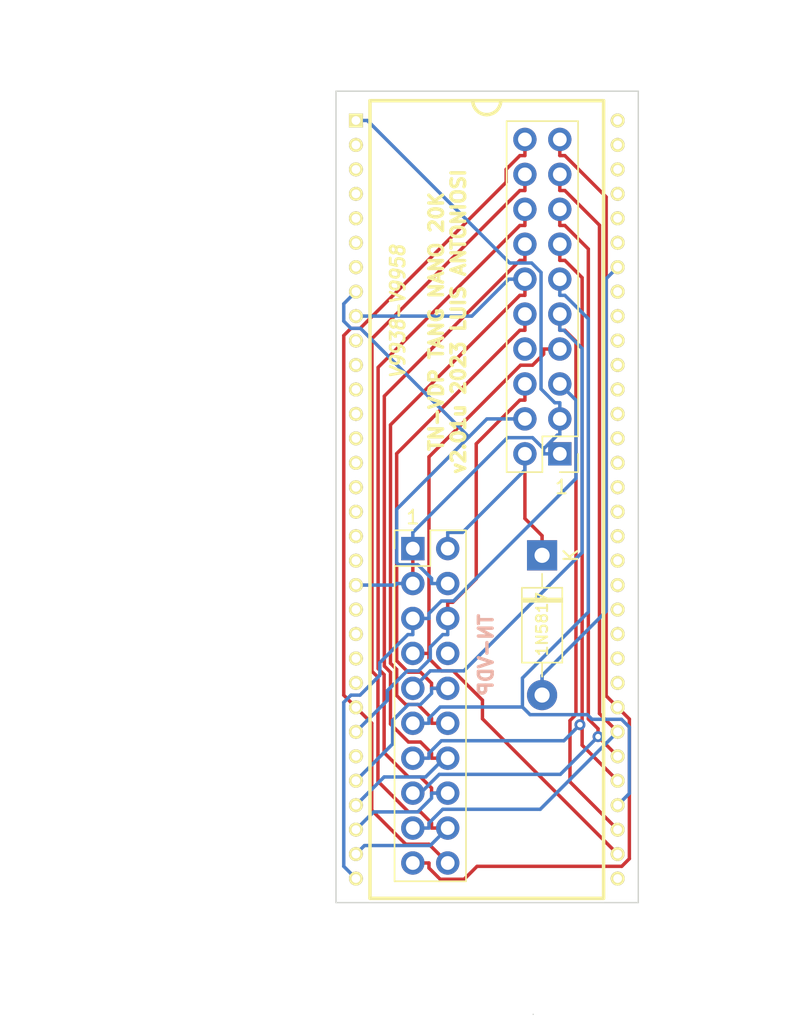
<source format=kicad_pcb>
(kicad_pcb (version 20221018) (generator pcbnew)
  (layers (0 "F.Cu" signal) (31 "B.Cu" signal) (34 "B.Paste" user) (35 "F.Paste" user) (36 "B.SilkS" user "B.Silkscreen") (37 "F.SilkS" user "F.Silkscreen") (38 "B.Mask" user) (39 "F.Mask" user) (44 "Edge.Cuts" user))
  (net 0 "")
  (net 1 "GND")
  (net 2 "WAIT")
  (net 12 "VCC")
  (net 24 "VCCO")
  (net 25 "MODE0")
  (net 26 "~{CSW}")
  (net 27 "~{CSR}")
  (net 28 "~{INT}")
  (net 29 "CD7")
  (net 30 "CD6")
  (net 31 "CD5")
  (net 32 "CD4")
  (net 33 "CD3")
  (net 34 "CD2")
  (net 35 "CD1")
  (net 36 "CD0")
  (net 37 "~{RESET}")
  (net 39 "CPUCLK")
  (net 43 "MODE1")
  (footprint "Diode_THT:D_DO-41_SOD81_P10.16mm_Horizontal" (layer "F.Cu") (at 174 77.75 -90)
    (fp_text reference "D1" hide)
    (fp_text value "1N5817")
    (fp_text user "K" (at 0 -2.1 90) (layer "F.SilkS"))
    (fp_text user "${VALUE}" (at 5 0 90) (layer "F.SilkS") (effects (font (size 0.8 0.8))))
    (fp_line (start 1.34 0) (end 2.36 0) (stroke (width 0.12)) (layer "F.SilkS"))
    (fp_line (start 2.36 -1.47) (end 2.36 1.47) (stroke (width 0.12)) (layer "F.SilkS"))
    (fp_line (start 2.36 1.47) (end 7.8 1.47) (stroke (width 0.12)) (layer "F.SilkS"))
    (fp_line (start 3.14 -1.47) (end 3.14 1.47) (stroke (width 0.12)) (layer "F.SilkS"))
    (fp_line (start 3.26 -1.47) (end 3.26 1.47) (stroke (width 0.12)) (layer "F.SilkS"))
    (fp_line (start 3.38 -1.47) (end 3.38 1.47) (stroke (width 0.12)) (layer "F.SilkS"))
    (fp_line (start 7.8 -1.47) (end 2.36 -1.47) (stroke (width 0.12)) (layer "F.SilkS"))
    (fp_line (start 7.8 1.47) (end 7.8 -1.47) (stroke (width 0.12)) (layer "F.SilkS"))
    (fp_line (start 8.82 0) (end 7.8 0) (stroke (width 0.12)) (layer "F.SilkS"))
    (pad "1" thru_hole rect (at 0 0 270) (size 2.2 2.2) (drill 1.1) (layers "*.Cu" "*.Mask") (net 24 "VCCO"))
    (pad "2" thru_hole oval (at 10.16 0 270) (size 2.2 2.2) (drill 1.1) (layers "*.Cu" "*.Mask") (net 12 "VCC"))
  )
  (footprint "Connector_PinHeader_2.54mm:PinHeader_2x10_P2.54mm_Vertical" (layer "F.Cu") (at 164.592 77.26)
    (fp_text reference "J3" hide)
    (fp_text value "Conn_02x10_Odd_Even")
    (fp_text user "1" (at 0 -2.286 180) (layer "F.SilkS"))
    (fp_line (start -1.33 -1.33) (end 0 -1.33) (stroke (width 0.12)) (layer "F.SilkS"))
    (fp_line (start -1.33 0) (end -1.33 -1.33) (stroke (width 0.12)) (layer "F.SilkS"))
    (fp_line (start -1.33 1.27) (end -1.33 24.19) (stroke (width 0.12)) (layer "F.SilkS"))
    (fp_line (start -1.33 1.27) (end 1.27 1.27) (stroke (width 0.12)) (layer "F.SilkS"))
    (fp_line (start -1.33 24.19) (end 3.87 24.19) (stroke (width 0.12)) (layer "F.SilkS"))
    (fp_line (start 1.27 -1.33) (end 3.87 -1.33) (stroke (width 0.12)) (layer "F.SilkS"))
    (fp_line (start 1.27 1.27) (end 1.27 -1.33) (stroke (width 0.12)) (layer "F.SilkS"))
    (fp_line (start 3.87 -1.33) (end 3.87 24.19) (stroke (width 0.12)) (layer "F.SilkS"))
    (pad "1" thru_hole rect (at 0 0) (size 1.7 1.7) (drill 1) (layers "*.Cu" "*.Mask") (net 1 "GND"))
    (pad "2" thru_hole oval (at 2.54 0) (size 1.7 1.7) (drill 1) (layers "*.Cu" "*.Mask") (net 24 "VCCO"))
    (pad "3" thru_hole oval (at 0 2.54) (size 1.7 1.7) (drill 1) (layers "*.Cu" "*.Mask") (net 1 "GND"))
    (pad "4" thru_hole oval (at 2.54 2.54) (size 1.7 1.7) (drill 1) (layers "*.Cu" "*.Mask") (net 39 "CPUCLK"))
    (pad "5" thru_hole oval (at 0 5.08) (size 1.7 1.7) (drill 1) (layers "*.Cu" "*.Mask") (net 29 "CD7"))
    (pad "6" thru_hole oval (at 2.54 5.08) (size 1.7 1.7) (drill 1) (layers "*.Cu" "*.Mask") (net 2 "WAIT"))
    (pad "7" thru_hole oval (at 0 7.62) (size 1.7 1.7) (drill 1) (layers "*.Cu" "*.Mask") (net 30 "CD6"))
    (pad "8" thru_hole oval (at 2.54 7.62) (size 1.7 1.7) (drill 1) (layers "*.Cu" "*.Mask"))
    (pad "9" thru_hole oval (at 0 10.16) (size 1.7 1.7) (drill 1) (layers "*.Cu" "*.Mask") (net 31 "CD5"))
    (pad "10" thru_hole oval (at 2.54 10.16) (size 1.7 1.7) (drill 1) (layers "*.Cu" "*.Mask") (net 43 "MODE1"))
    (pad "11" thru_hole oval (at 0 12.7) (size 1.7 1.7) (drill 1) (layers "*.Cu" "*.Mask") (net 32 "CD4"))
    (pad "12" thru_hole oval (at 2.54 12.7) (size 1.7 1.7) (drill 1) (layers "*.Cu" "*.Mask") (net 37 "~{RESET}"))
    (pad "13" thru_hole oval (at 0 15.24) (size 1.7 1.7) (drill 1) (layers "*.Cu" "*.Mask") (net 33 "CD3"))
    (pad "14" thru_hole oval (at 2.54 15.24) (size 1.7 1.7) (drill 1) (layers "*.Cu" "*.Mask") (net 25 "MODE0"))
    (pad "15" thru_hole oval (at 0 17.78) (size 1.7 1.7) (drill 1) (layers "*.Cu" "*.Mask") (net 34 "CD2"))
    (pad "16" thru_hole oval (at 2.54 17.78) (size 1.7 1.7) (drill 1) (layers "*.Cu" "*.Mask") (net 26 "~{CSW}"))
    (pad "17" thru_hole oval (at 0 20.32) (size 1.7 1.7) (drill 1) (layers "*.Cu" "*.Mask") (net 35 "CD1"))
    (pad "18" thru_hole oval (at 2.54 20.32) (size 1.7 1.7) (drill 1) (layers "*.Cu" "*.Mask") (net 27 "~{CSR}"))
    (pad "19" thru_hole oval (at 0 22.86) (size 1.7 1.7) (drill 1) (layers "*.Cu" "*.Mask") (net 36 "CD0"))
    (pad "20" thru_hole oval (at 2.54 22.86) (size 1.7 1.7) (drill 1) (layers "*.Cu" "*.Mask") (net 28 "~{INT}"))
  )
  (footprint "Retro:IC_SDIP64_600" (layer "F.Cu") (at 169.975 73.691 -90)
    (fp_text reference "U1" hide)
    (fp_text value "V9938-V9958" (at -13.691 6.475 90) (layer "F.SilkS") (effects (font (size 1.016 0.9144) (thickness 0.2032) italic)))
    (fp_line (start -29 -8.5) (end 29 -8.5) (stroke (width 0.254)) (layer "F.SilkS"))
    (fp_line (start -29 8.5) (end -29 -8.5) (stroke (width 0.254)) (layer "F.SilkS"))
    (fp_line (start 29 -8.5) (end 29 8.5) (stroke (width 0.254)) (layer "F.SilkS"))
    (fp_line (start 29 8.5) (end -29 8.5) (stroke (width 0.254)) (layer "F.SilkS"))
    (fp_arc (start -29 -1.016) (mid -28.28158 -0.71842) (end -27.984 0) (stroke (width 0.254)) (layer "F.SilkS"))
    (fp_arc (start -27.984 0) (mid -28.28158 0.71842) (end -29 1.016) (stroke (width 0.254)) (layer "F.SilkS"))
    (pad "1" thru_hole rect (at -27.559 9.525 270) (size 1.016 1.016) (drill 0.635) (layers "*.Cu" "*.Mask" "F.SilkS") (net 1 "GND"))
    (pad "2" thru_hole circle (at -25.781 9.525 270) (size 1.016 1.016) (drill 0.635) (layers "*.Cu" "*.Mask" "F.SilkS"))
    (pad "3" thru_hole circle (at -24.003 9.525 270) (size 1.016 1.016) (drill 0.635) (layers "*.Cu" "*.Mask" "F.SilkS"))
    (pad "4" thru_hole circle (at -22.225 9.525 270) (size 1.016 1.016) (drill 0.635) (layers "*.Cu" "*.Mask" "F.SilkS"))
    (pad "5" thru_hole circle (at -20.447 9.525 270) (size 1.016 1.016) (drill 0.635) (layers "*.Cu" "*.Mask" "F.SilkS"))
    (pad "6" thru_hole circle (at -18.669 9.525 270) (size 1.016 1.016) (drill 0.635) (layers "*.Cu" "*.Mask" "F.SilkS"))
    (pad "7" thru_hole circle (at -16.891 9.525 270) (size 1.016 1.016) (drill 0.635) (layers "*.Cu" "*.Mask" "F.SilkS"))
    (pad "8" thru_hole circle (at -15.113 9.525 270) (size 1.016 1.016) (drill 0.635) (layers "*.Cu" "*.Mask" "F.SilkS") (net 39 "CPUCLK"))
    (pad "9" thru_hole circle (at -13.335 9.525 270) (size 1.016 1.016) (drill 0.635) (layers "*.Cu" "*.Mask" "F.SilkS") (net 37 "~{RESET}"))
    (pad "10" thru_hole circle (at -11.557 9.525 270) (size 1.016 1.016) (drill 0.635) (layers "*.Cu" "*.Mask" "F.SilkS"))
    (pad "11" thru_hole circle (at -9.779 9.525 270) (size 1.016 1.016) (drill 0.635) (layers "*.Cu" "*.Mask" "F.SilkS"))
    (pad "12" thru_hole circle (at -8.001 9.525 270) (size 1.016 1.016) (drill 0.635) (layers "*.Cu" "*.Mask" "F.SilkS"))
    (pad "13" thru_hole circle (at -6.223 9.525 270) (size 1.016 1.016) (drill 0.635) (layers "*.Cu" "*.Mask" "F.SilkS"))
    (pad "14" thru_hole circle (at -4.445 9.525 270) (size 1.016 1.016) (drill 0.635) (layers "*.Cu" "*.Mask" "F.SilkS"))
    (pad "15" thru_hole circle (at -2.667 9.525 270) (size 1.016 1.016) (drill 0.635) (layers "*.Cu" "*.Mask" "F.SilkS"))
    (pad "16" thru_hole circle (at -0.889 9.525 270) (size 1.016 1.016) (drill 0.635) (layers "*.Cu" "*.Mask" "F.SilkS"))
    (pad "17" thru_hole circle (at 0.889 9.525 270) (size 1.016 1.016) (drill 0.635) (layers "*.Cu" "*.Mask" "F.SilkS"))
    (pad "18" thru_hole circle (at 2.667 9.525 270) (size 1.016 1.016) (drill 0.635) (layers "*.Cu" "*.Mask" "F.SilkS"))
    (pad "19" thru_hole circle (at 4.445 9.525 270) (size 1.016 1.016) (drill 0.635) (layers "*.Cu" "*.Mask" "F.SilkS"))
    (pad "20" thru_hole circle (at 6.223 9.525 270) (size 1.016 1.016) (drill 0.635) (layers "*.Cu" "*.Mask" "F.SilkS") (net 1 "GND"))
    (pad "21" thru_hole circle (at 8.001 9.525 270) (size 1.016 1.016) (drill 0.635) (layers "*.Cu" "*.Mask" "F.SilkS"))
    (pad "22" thru_hole circle (at 9.779 9.525 270) (size 1.016 1.016) (drill 0.635) (layers "*.Cu" "*.Mask" "F.SilkS"))
    (pad "23" thru_hole circle (at 11.557 9.525 270) (size 1.016 1.016) (drill 0.635) (layers "*.Cu" "*.Mask" "F.SilkS"))
    (pad "24" thru_hole circle (at 13.335 9.525 270) (size 1.016 1.016) (drill 0.635) (layers "*.Cu" "*.Mask" "F.SilkS"))
    (pad "25" thru_hole circle (at 15.113 9.525 270) (size 1.016 1.016) (drill 0.635) (layers "*.Cu" "*.Mask" "F.SilkS") (net 28 "~{INT}"))
    (pad "26" thru_hole circle (at 16.891 9.525 270) (size 1.016 1.016) (drill 0.635) (layers "*.Cu" "*.Mask" "F.SilkS") (net 2 "WAIT"))
    (pad "27" thru_hole circle (at 18.669 9.525 270) (size 1.016 1.016) (drill 0.635) (layers "*.Cu" "*.Mask" "F.SilkS"))
    (pad "28" thru_hole circle (at 20.447 9.525 270) (size 1.016 1.016) (drill 0.635) (layers "*.Cu" "*.Mask" "F.SilkS") (net 43 "MODE1"))
    (pad "29" thru_hole circle (at 22.225 9.525 270) (size 1.016 1.016) (drill 0.635) (layers "*.Cu" "*.Mask" "F.SilkS") (net 25 "MODE0"))
    (pad "30" thru_hole circle (at 24.003 9.525 270) (size 1.016 1.016) (drill 0.635) (layers "*.Cu" "*.Mask" "F.SilkS") (net 26 "~{CSW}"))
    (pad "31" thru_hole circle (at 25.781 9.525 270) (size 1.016 1.016) (drill 0.635) (layers "*.Cu" "*.Mask" "F.SilkS") (net 27 "~{CSR}"))
    (pad "32" thru_hole circle (at 27.559 9.525 270) (size 1.016 1.016) (drill 0.635) (layers "*.Cu" "*.Mask" "F.SilkS") (net 29 "CD7"))
    (pad "33" thru_hole circle (at 27.559 -9.525 270) (size 1.016 1.016) (drill 0.635) (layers "*.Cu" "*.Mask" "F.SilkS"))
    (pad "34" thru_hole circle (at 25.781 -9.525 270) (size 1.016 1.016) (drill 0.635) (layers "*.Cu" "*.Mask" "F.SilkS") (net 30 "CD6"))
    (pad "35" thru_hole circle (at 24.003 -9.525 270) (size 1.016 1.016) (drill 0.635) (layers "*.Cu" "*.Mask" "F.SilkS") (net 31 "CD5"))
    (pad "36" thru_hole circle (at 22.225 -9.525 270) (size 1.016 1.016) (drill 0.635) (layers "*.Cu" "*.Mask" "F.SilkS") (net 32 "CD4"))
    (pad "37" thru_hole circle (at 20.447 -9.525 270) (size 1.016 1.016) (drill 0.635) (layers "*.Cu" "*.Mask" "F.SilkS") (net 33 "CD3"))
    (pad "38" thru_hole circle (at 18.669 -9.525 270) (size 1.016 1.016) (drill 0.635) (layers "*.Cu" "*.Mask" "F.SilkS") (net 34 "CD2"))
    (pad "39" thru_hole circle (at 16.891 -9.525 270) (size 1.016 1.016) (drill 0.635) (layers "*.Cu" "*.Mask" "F.SilkS") (net 35 "CD1"))
    (pad "40" thru_hole circle (at 15.113 -9.525 270) (size 1.016 1.016) (drill 0.635) (layers "*.Cu" "*.Mask" "F.SilkS") (net 36 "CD0"))
    (pad "41" thru_hole circle (at 13.335 -9.525 270) (size 1.016 1.016) (drill 0.635) (layers "*.Cu" "*.Mask" "F.SilkS"))
    (pad "42" thru_hole circle (at 11.557 -9.525 270) (size 1.016 1.016) (drill 0.635) (layers "*.Cu" "*.Mask" "F.SilkS"))
    (pad "43" thru_hole circle (at 9.779 -9.525 270) (size 1.016 1.016) (drill 0.635) (layers "*.Cu" "*.Mask" "F.SilkS"))
    (pad "44" thru_hole circle (at 8.001 -9.525 270) (size 1.016 1.016) (drill 0.635) (layers "*.Cu" "*.Mask" "F.SilkS"))
    (pad "45" thru_hole circle (at 6.223 -9.525 270) (size 1.016 1.016) (drill 0.635) (layers "*.Cu" "*.Mask" "F.SilkS"))
    (pad "46" thru_hole circle (at 4.445 -9.525 270) (size 1.016 1.016) (drill 0.635) (layers "*.Cu" "*.Mask" "F.SilkS"))
    (pad "47" thru_hole circle (at 2.667 -9.525 270) (size 1.016 1.016) (drill 0.635) (layers "*.Cu" "*.Mask" "F.SilkS"))
    (pad "48" thru_hole circle (at 0.889 -9.525 270) (size 1.016 1.016) (drill 0.635) (layers "*.Cu" "*.Mask" "F.SilkS"))
    (pad "49" thru_hole circle (at -0.889 -9.525 270) (size 1.016 1.016) (drill 0.635) (layers "*.Cu" "*.Mask" "F.SilkS"))
    (pad "50" thru_hole circle (at -2.667 -9.525 270) (size 1.016 1.016) (drill 0.635) (layers "*.Cu" "*.Mask" "F.SilkS"))
    (pad "51" thru_hole circle (at -4.445 -9.525 270) (size 1.016 1.016) (drill 0.635) (layers "*.Cu" "*.Mask" "F.SilkS"))
    (pad "52" thru_hole circle (at -6.223 -9.525 270) (size 1.016 1.016) (drill 0.635) (layers "*.Cu" "*.Mask" "F.SilkS"))
    (pad "53" thru_hole circle (at -8.001 -9.525 270) (size 1.016 1.016) (drill 0.635) (layers "*.Cu" "*.Mask" "F.SilkS"))
    (pad "54" thru_hole circle (at -9.779 -9.525 270) (size 1.016 1.016) (drill 0.635) (layers "*.Cu" "*.Mask" "F.SilkS"))
    (pad "55" thru_hole circle (at -11.557 -9.525 270) (size 1.016 1.016) (drill 0.635) (layers "*.Cu" "*.Mask" "F.SilkS"))
    (pad "56" thru_hole circle (at -13.335 -9.525 270) (size 1.016 1.016) (drill 0.635) (layers "*.Cu" "*.Mask" "F.SilkS"))
    (pad "57" thru_hole circle (at -15.113 -9.525 270) (size 1.016 1.016) (drill 0.635) (layers "*.Cu" "*.Mask" "F.SilkS"))
    (pad "58" thru_hole circle (at -16.891 -9.525 270) (size 1.016 1.016) (drill 0.635) (layers "*.Cu" "*.Mask" "F.SilkS") (net 12 "VCC"))
    (pad "59" thru_hole circle (at -18.669 -9.525 270) (size 1.016 1.016) (drill 0.635) (layers "*.Cu" "*.Mask" "F.SilkS"))
    (pad "60" thru_hole circle (at -20.447 -9.525 270) (size 1.016 1.016) (drill 0.635) (layers "*.Cu" "*.Mask" "F.SilkS"))
    (pad "61" thru_hole circle (at -22.225 -9.525 270) (size 1.016 1.016) (drill 0.635) (layers "*.Cu" "*.Mask" "F.SilkS"))
    (pad "62" thru_hole circle (at -24.003 -9.525 270) (size 1.016 1.016) (drill 0.635) (layers "*.Cu" "*.Mask" "F.SilkS"))
    (pad "63" thru_hole circle (at -25.781 -9.525 270) (size 1.016 1.016) (drill 0.635) (layers "*.Cu" "*.Mask" "F.SilkS"))
    (pad "64" thru_hole circle (at -27.559 -9.525 270) (size 1.016 1.016) (drill 0.635) (layers "*.Cu" "*.Mask" "F.SilkS"))
  )
  (footprint "Connector_PinHeader_2.54mm:PinHeader_2x10_P2.54mm_Vertical" (layer "F.Cu") (at 175.29 70.37 180)
    (fp_text reference "J4" hide)
    (fp_text value "Conn_02x10_Odd_Even")
    (fp_text user "1" (at -0.127 -2.413 180) (layer "F.SilkS"))
    (fp_line (start -1.33 -1.33) (end 0 -1.33) (stroke (width 0.12)) (layer "F.SilkS"))
    (fp_line (start -1.33 0) (end -1.33 -1.33) (stroke (width 0.12)) (layer "F.SilkS"))
    (fp_line (start -1.33 1.27) (end -1.33 24.19) (stroke (width 0.12)) (layer "F.SilkS"))
    (fp_line (start -1.33 1.27) (end 1.27 1.27) (stroke (width 0.12)) (layer "F.SilkS"))
    (fp_line (start -1.33 24.19) (end 3.87 24.19) (stroke (width 0.12)) (layer "F.SilkS"))
    (fp_line (start 1.27 -1.33) (end 3.87 -1.33) (stroke (width 0.12)) (layer "F.SilkS"))
    (fp_line (start 1.27 1.27) (end 1.27 -1.33) (stroke (width 0.12)) (layer "F.SilkS"))
    (fp_line (start 3.87 -1.33) (end 3.87 24.19) (stroke (width 0.12)) (layer "F.SilkS"))
    (pad "1" thru_hole rect (at 0 0 180) (size 1.7 1.7) (drill 1) (layers "*.Cu" "*.Mask") (net 1 "GND"))
    (pad "2" thru_hole oval (at 2.54 0 180) (size 1.7 1.7) (drill 1) (layers "*.Cu" "*.Mask") (net 24 "VCCO"))
    (pad "3" thru_hole oval (at 0 2.54 180) (size 1.7 1.7) (drill 1) (layers "*.Cu" "*.Mask") (net 1 "GND"))
    (pad "4" thru_hole oval (at 2.54 2.54 180) (size 1.7 1.7) (drill 1) (layers "*.Cu" "*.Mask") (net 39 "CPUCLK"))
    (pad "5" thru_hole oval (at 0 5.08 180) (size 1.7 1.7) (drill 1) (layers "*.Cu" "*.Mask") (net 29 "CD7"))
    (pad "6" thru_hole oval (at 2.54 5.08 180) (size 1.7 1.7) (drill 1) (layers "*.Cu" "*.Mask") (net 2 "WAIT"))
    (pad "7" thru_hole oval (at 0 7.62 180) (size 1.7 1.7) (drill 1) (layers "*.Cu" "*.Mask") (net 30 "CD6"))
    (pad "8" thru_hole oval (at 2.54 7.62 180) (size 1.7 1.7) (drill 1) (layers "*.Cu" "*.Mask"))
    (pad "9" thru_hole oval (at 0 10.16 180) (size 1.7 1.7) (drill 1) (layers "*.Cu" "*.Mask") (net 31 "CD5"))
    (pad "10" thru_hole oval (at 2.54 10.16 180) (size 1.7 1.7) (drill 1) (layers "*.Cu" "*.Mask") (net 43 "MODE1"))
    (pad "11" thru_hole oval (at 0 12.7 180) (size 1.7 1.7) (drill 1) (layers "*.Cu" "*.Mask") (net 32 "CD4"))
    (pad "12" thru_hole oval (at 2.54 12.7 180) (size 1.7 1.7) (drill 1) (layers "*.Cu" "*.Mask") (net 37 "~{RESET}"))
    (pad "13" thru_hole oval (at 0 15.24 180) (size 1.7 1.7) (drill 1) (layers "*.Cu" "*.Mask") (net 33 "CD3"))
    (pad "14" thru_hole oval (at 2.54 15.24 180) (size 1.7 1.7) (drill 1) (layers "*.Cu" "*.Mask") (net 25 "MODE0"))
    (pad "15" thru_hole oval (at 0 17.78 180) (size 1.7 1.7) (drill 1) (layers "*.Cu" "*.Mask") (net 34 "CD2"))
    (pad "16" thru_hole oval (at 2.54 17.78 180) (size 1.7 1.7) (drill 1) (layers "*.Cu" "*.Mask") (net 26 "~{CSW}"))
    (pad "17" thru_hole oval (at 0 20.32 180) (size 1.7 1.7) (drill 1) (layers "*.Cu" "*.Mask") (net 35 "CD1"))
    (pad "18" thru_hole oval (at 2.54 20.32 180) (size 1.7 1.7) (drill 1) (layers "*.Cu" "*.Mask") (net 27 "~{CSR}"))
    (pad "19" thru_hole oval (at 0 22.86 180) (size 1.7 1.7) (drill 1) (layers "*.Cu" "*.Mask") (net 36 "CD0"))
    (pad "20" thru_hole oval (at 2.54 22.86 180) (size 1.7 1.7) (drill 1) (layers "*.Cu" "*.Mask") (net 28 "~{INT}"))
  )
  (gr_line (start 173.355 111.125) (end 173.355 111.125) (stroke (width 0.1)) (layer "Edge.Cuts"))
  (gr_line (start 159 44) (end 181 44) (stroke (width 0.1)) (layer "Edge.Cuts"))
  (gr_line (start 181 103) (end 159 103) (stroke (width 0.1)) (layer "Edge.Cuts"))
  (gr_line (start 181 44) (end 181 103) (stroke (width 0.1)) (layer "Edge.Cuts"))
  (gr_line (start 159 103) (end 159 44) (stroke (width 0.1)) (layer "Edge.Cuts"))
  (gr_text "TN-VDP" (at 170.5 85 90) (layer "B.SilkS") (effects (font (size 1 1) (thickness 0.25) bold) (justify bottom mirror)))
  (gr_text "TN-VDP TANG NANO 20K\nv2.01u 2023 LUIS ANTONIOSI" (at 168.5 60.75 90) (layer "F.SilkS") (effects (font (size 1 1) (thickness 0.25) bold) (justify bottom)))
  (segment (start 164.592 77.26) (end 164.592 79.8) (width 0.25) (layer "F.Cu") (net 1))
  (segment (start 175.1125 69.0051) (end 174.1149 70.0027) (width 0.25) (layer "B.Cu") (net 1))
  (segment (start 175.29 67.2424) (end 175.29 67.83) (width 0.25) (layer "B.Cu") (net 1))
  (segment (start 173.2402 56.4948) (end 173.9252 57.1798) (width 0.25) (layer "B.Cu") (net 1))
  (segment (start 174.9247 66.6549) (end 175.29 66.6549) (width 0.25) (layer "B.Cu") (net 1))
  (segment (start 173.9252 57.1798) (end 173.9252 65.6554) (width 0.25) (layer "B.Cu") (net 1))
  (segment (start 175.29 67.83) (end 175.29 69.0051) (width 0.25) (layer "B.Cu") (net 1))
  (segment (start 173.9252 65.6554) (end 174.9247 66.6549) (width 0.25) (layer "B.Cu") (net 1))
  (segment (start 163.3029 79.914) (end 163.4169 79.8) (width 0.25) (layer "B.Cu") (net 1))
  (segment (start 160.45 46.132) (end 161.2831 46.132) (width 0.25) (layer "B.Cu") (net 1))
  (segment (start 164.592 77.26) (end 164.592 76.0849) (width 0.25) (layer "B.Cu") (net 1))
  (segment (start 171.6459 56.4948) (end 173.2402 56.4948) (width 0.25) (layer "B.Cu") (net 1))
  (segment (start 175.29 67.2424) (end 175.29 66.6549) (width 0.25) (layer "B.Cu") (net 1))
  (segment (start 164.592 79.8) (end 163.4169 79.8) (width 0.25) (layer "B.Cu") (net 1))
  (segment (start 173.3071 69.1949) (end 174.1149 70.0027) (width 0.25) (layer "B.Cu") (net 1))
  (segment (start 175.29 70.37) (end 174.1149 70.37) (width 0.25) (layer "B.Cu") (net 1))
  (segment (start 171.482 69.1949) (end 173.3071 69.1949) (width 0.25) (layer "B.Cu") (net 1))
  (segment (start 174.1149 70.0027) (end 174.1149 70.37) (width 0.25) (layer "B.Cu") (net 1))
  (segment (start 161.2831 46.132) (end 171.6459 56.4948) (width 0.25) (layer "B.Cu") (net 1))
  (segment (start 175.29 69.0051) (end 175.1125 69.0051) (width 0.25) (layer "B.Cu") (net 1))
  (segment (start 160.45 79.914) (end 163.3029 79.914) (width 0.25) (layer "B.Cu") (net 1))
  (segment (start 164.592 76.0849) (end 171.482 69.1949) (width 0.25) (layer "B.Cu") (net 1))
  (segment (start 169.2073 79.4569) (end 169.2073 69.6425) (width 0.25) (layer "F.Cu") (net 2))
  (segment (start 167.132 82.34) (end 167.132 81.1649) (width 0.25) (layer "F.Cu") (net 2))
  (segment (start 167.4993 81.1649) (end 169.2073 79.4569) (width 0.25) (layer "F.Cu") (net 2))
  (segment (start 172.75 65.29) (end 172.75 66.4651) (width 0.25) (layer "F.Cu") (net 2))
  (segment (start 167.132 81.1649) (end 167.4993 81.1649) (width 0.25) (layer "F.Cu") (net 2))
  (segment (start 172.3847 66.4651) (end 172.75 66.4651) (width 0.25) (layer "F.Cu") (net 2))
  (segment (start 169.2073 69.6425) (end 172.3847 66.4651) (width 0.25) (layer "F.Cu") (net 2))
  (segment (start 167.132 82.34) (end 167.132 83.5151) (width 0.25) (layer "B.Cu") (net 2))
  (segment (start 166.7667 83.5151) (end 167.132 83.5151) (width 0.25) (layer "B.Cu") (net 2))
  (segment (start 162.7358 87.5919) (end 164.1777 86.15) (width 0.25) (layer "B.Cu") (net 2))
  (segment (start 162.7358 88.2962) (end 162.7358 87.5919) (width 0.25) (layer "B.Cu") (net 2))
  (segment (start 165.862 84.4198) (end 166.7667 83.5151) (width 0.25) (layer "B.Cu") (net 2))
  (segment (start 164.1777 86.15) (end 165.0013 86.15) (width 0.25) (layer "B.Cu") (net 2))
  (segment (start 165.0013 86.15) (end 165.862 85.2893) (width 0.25) (layer "B.Cu") (net 2))
  (segment (start 165.862 85.2893) (end 165.862 84.4198) (width 0.25) (layer "B.Cu") (net 2))
  (segment (start 160.45 90.582) (end 162.7358 88.2962) (width 0.25) (layer "B.Cu") (net 2))
  (segment (start 178.6668 57.6332) (end 178.6668 81.8181) (width 0.25) (layer "B.Cu") (net 12))
  (segment (start 174 87.91) (end 174 86.4849) (width 0.25) (layer "B.Cu") (net 12))
  (segment (start 178.6668 81.8181) (end 174 86.4849) (width 0.25) (layer "B.Cu") (net 12))
  (segment (start 179.5 56.8) (end 178.6668 57.6332) (width 0.25) (layer "B.Cu") (net 12))
  (segment (start 172.75 70.37) (end 172.75 75.0749) (width 0.25) (layer "F.Cu") (net 24))
  (segment (start 174 77.75) (end 174 76.3249) (width 0.25) (layer "F.Cu") (net 24))
  (segment (start 172.75 75.0749) (end 174 76.3249) (width 0.25) (layer "F.Cu") (net 24))
  (segment (start 168.2102 76.0849) (end 167.132 76.0849) (width 0.25) (layer "B.Cu") (net 24))
  (segment (start 172.75 70.37) (end 172.75 71.5451) (width 0.25) (layer "B.Cu") (net 24))
  (segment (start 167.132 77.26) (end 167.132 76.0849) (width 0.25) (layer "B.Cu") (net 24))
  (segment (start 172.75 71.5451) (end 168.2102 76.0849) (width 0.25) (layer "B.Cu") (net 24))
  (segment (start 172.75 55.13) (end 172.75 56.3051) (width 0.25) (layer "F.Cu") (net 25))
  (segment (start 167.132 92.5) (end 165.9569 92.5) (width 0.25) (layer "F.Cu") (net 25))
  (segment (start 162.9666 90.0157) (end 164.2758 91.3249) (width 0.25) (layer "F.Cu") (net 25))
  (segment (start 165.1491 91.3249) (end 165.9569 92.1327) (width 0.25) (layer "F.Cu") (net 25))
  (segment (start 162.9666 86.2523) (end 162.9666 90.0157) (width 0.25) (layer "F.Cu") (net 25))
  (segment (start 162.5165 85.8022) (end 162.9666 86.2523) (width 0.25) (layer "F.Cu") (net 25))
  (segment (start 172.3847 56.3051) (end 162.5165 66.1733) (width 0.25) (layer "F.Cu") (net 25))
  (segment (start 162.5165 66.1733) (end 162.5165 85.8022) (width 0.25) (layer "F.Cu") (net 25))
  (segment (start 172.75 56.3051) (end 172.3847 56.3051) (width 0.25) (layer "F.Cu") (net 25))
  (segment (start 164.2758 91.3249) (end 165.1491 91.3249) (width 0.25) (layer "F.Cu") (net 25))
  (segment (start 165.9569 92.1327) (end 165.9569 92.5) (width 0.25) (layer "F.Cu") (net 25))
  (segment (start 160.45 95.916) (end 162.5012 93.8648) (width 0.25) (layer "B.Cu") (net 25))
  (segment (start 165.524 93.8648) (end 166.8888 92.5) (width 0.25) (layer "B.Cu") (net 25))
  (segment (start 162.5012 93.8648) (end 165.524 93.8648) (width 0.25) (layer "B.Cu") (net 25))
  (segment (start 167.0712 92.5) (end 167.132 92.5) (width 0.25) (layer "B.Cu") (net 25))
  (segment (start 167.0712 92.5) (end 166.8888 92.5) (width 0.25) (layer "B.Cu") (net 25))
  (segment (start 172.3847 53.7651) (end 162.0664 64.0834) (width 0.25) (layer "F.Cu") (net 26))
  (segment (start 165.1491 93.8649) (end 165.9569 94.6727) (width 0.25) (layer "F.Cu") (net 26))
  (segment (start 165.9569 94.6727) (end 165.9569 95.04) (width 0.25) (layer "F.Cu") (net 26))
  (segment (start 162.0664 64.0834) (end 162.0664 85.9887) (width 0.25) (layer "F.Cu") (net 26))
  (segment (start 164.2727 93.8649) (end 165.1491 93.8649) (width 0.25) (layer "F.Cu") (net 26))
  (segment (start 172.75 53.7651) (end 172.3847 53.7651) (width 0.25) (layer "F.Cu") (net 26))
  (segment (start 162.5035 86.4258) (end 162.5035 92.0957) (width 0.25) (layer "F.Cu") (net 26))
  (segment (start 162.5035 92.0957) (end 164.2727 93.8649) (width 0.25) (layer "F.Cu") (net 26))
  (segment (start 172.75 52.59) (end 172.75 53.7651) (width 0.25) (layer "F.Cu") (net 26))
  (segment (start 167.132 95.04) (end 165.9569 95.04) (width 0.25) (layer "F.Cu") (net 26))
  (segment (start 162.0664 85.9887) (end 162.5035 86.4258) (width 0.25) (layer "F.Cu") (net 26))
  (segment (start 161.7392 96.4048) (end 164.9573 96.4048) (width 0.25) (layer "B.Cu") (net 26))
  (segment (start 164.9573 96.4048) (end 165.9569 95.4052) (width 0.25) (layer "B.Cu") (net 26))
  (segment (start 167.132 95.04) (end 165.9569 95.04) (width 0.25) (layer "B.Cu") (net 26))
  (segment (start 160.45 97.694) (end 161.7392 96.4048) (width 0.25) (layer "B.Cu") (net 26))
  (segment (start 165.9569 95.4052) (end 165.9569 95.04) (width 0.25) (layer "B.Cu") (net 26))
  (segment (start 164.2758 96.4049) (end 165.1491 96.4049) (width 0.25) (layer "F.Cu") (net 27))
  (segment (start 165.1491 96.4049) (end 165.9569 97.2127) (width 0.25) (layer "F.Cu") (net 27))
  (segment (start 167.132 97.58) (end 165.9569 97.58) (width 0.25) (layer "F.Cu") (net 27))
  (segment (start 165.9569 97.2127) (end 165.9569 97.58) (width 0.25) (layer "F.Cu") (net 27))
  (segment (start 162.0534 86.6123) (end 162.0534 94.1825) (width 0.25) (layer "F.Cu") (net 27))
  (segment (start 161.6163 86.1752) (end 162.0534 86.6123) (width 0.25) (layer "F.Cu") (net 27))
  (segment (start 172.3847 51.2251) (end 161.6163 61.9935) (width 0.25) (layer "F.Cu") (net 27))
  (segment (start 172.75 50.05) (end 172.75 51.2251) (width 0.25) (layer "F.Cu") (net 27))
  (segment (start 162.0534 94.1825) (end 164.2758 96.4049) (width 0.25) (layer "F.Cu") (net 27))
  (segment (start 172.75 51.2251) (end 172.3847 51.2251) (width 0.25) (layer "F.Cu") (net 27))
  (segment (start 161.6163 61.9935) (end 161.6163 86.1752) (width 0.25) (layer "F.Cu") (net 27))
  (segment (start 161.072 98.85) (end 165.862 98.85) (width 0.25) (layer "B.Cu") (net 27))
  (segment (start 160.45 99.472) (end 161.072 98.85) (width 0.25) (layer "B.Cu") (net 27))
  (segment (start 165.862 98.85) (end 167.132 97.58) (width 0.25) (layer "B.Cu") (net 27))
  (segment (start 161.6033 89.9573) (end 161.6033 96.2824) (width 0.25) (layer "F.Cu") (net 28))
  (segment (start 171.3852 49.6846) (end 172.3847 48.6851) (width 0.25) (layer "F.Cu") (net 28))
  (segment (start 165.7672 98.7552) (end 167.132 100.12) (width 0.25) (layer "F.Cu") (net 28))
  (segment (start 161.6033 96.2824) (end 164.0761 98.7552) (width 0.25) (layer "F.Cu") (net 28))
  (segment (start 172.3847 48.6851) (end 172.75 48.6851) (width 0.25) (layer "F.Cu") (net 28))
  (segment (start 159.5654 87.9194) (end 159.5654 61.7684) (width 0.25) (layer "F.Cu") (net 28))
  (segment (start 164.0761 98.7552) (end 165.7672 98.7552) (width 0.25) (layer "F.Cu") (net 28))
  (segment (start 160.7606 61.245) (end 171.3852 50.6204) (width 0.25) (layer "F.Cu") (net 28))
  (segment (start 159.5654 61.7684) (end 160.0888 61.245) (width 0.25) (layer "F.Cu") (net 28))
  (segment (start 160.45 88.804) (end 159.5654 87.9194) (width 0.25) (layer "F.Cu") (net 28))
  (segment (start 160.0888 61.245) (end 160.7606 61.245) (width 0.25) (layer "F.Cu") (net 28))
  (segment (start 172.75 47.51) (end 172.75 48.6851) (width 0.25) (layer "F.Cu") (net 28))
  (segment (start 171.3852 50.6204) (end 171.3852 49.6846) (width 0.25) (layer "F.Cu") (net 28))
  (segment (start 160.45 88.804) (end 161.6033 89.9573) (width 0.25) (layer "F.Cu") (net 28))
  (segment (start 164.592 82.34) (end 164.592 83.5151) (width 0.25) (layer "B.Cu") (net 29))
  (segment (start 160.45 101.25) (end 159.5654 100.3654) (width 0.25) (layer "B.Cu") (net 29))
  (segment (start 166.6718 81.07) (end 165.7671 81.9747) (width 0.25) (layer "B.Cu") (net 29))
  (segment (start 160.7483 87.915) (end 162.1908 86.4725) (width 0.25) (layer "B.Cu") (net 29))
  (segment (start 165.7671 81.9747) (end 165.7671 82.34) (width 0.25) (layer "B.Cu") (net 29))
  (segment (start 162.1908 85.551) (end 164.2267 83.5151) (width 0.25) (layer "B.Cu") (net 29))
  (segment (start 162.1908 86.4725) (end 162.1908 85.551) (width 0.25) (layer "B.Cu") (net 29))
  (segment (start 176.4651 72.1627) (end 167.5578 81.07) (width 0.25) (layer "B.Cu") (net 29))
  (segment (start 160.0888 87.915) (end 160.7483 87.915) (width 0.25) (layer "B.Cu") (net 29))
  (segment (start 164.2267 83.5151) (end 164.592 83.5151) (width 0.25) (layer "B.Cu") (net 29))
  (segment (start 175.29 65.29) (end 176.4651 66.4651) (width 0.25) (layer "B.Cu") (net 29))
  (segment (start 164.592 82.34) (end 165.7671 82.34) (width 0.25) (layer "B.Cu") (net 29))
  (segment (start 176.4651 66.4651) (end 176.4651 72.1627) (width 0.25) (layer "B.Cu") (net 29))
  (segment (start 159.5654 100.3654) (end 159.5654 88.4384) (width 0.25) (layer "B.Cu") (net 29))
  (segment (start 167.5578 81.07) (end 166.6718 81.07) (width 0.25) (layer "B.Cu") (net 29))
  (segment (start 159.5654 88.4384) (end 160.0888 87.915) (width 0.25) (layer "B.Cu") (net 29))
  (segment (start 174.1149 63.1173) (end 173.3071 63.9251) (width 0.25) (layer "F.Cu") (net 30))
  (segment (start 164.592 84.88) (end 165.7671 84.88) (width 0.25) (layer "F.Cu") (net 30))
  (segment (start 174.1149 62.75) (end 174.1149 63.1173) (width 0.25) (layer "F.Cu") (net 30))
  (segment (start 167.5286 86.15) (end 166.6718 86.15) (width 0.25) (layer "F.Cu") (net 30))
  (segment (start 179.5 99.472) (end 169.6583 89.6303) (width 0.25) (layer "F.Cu") (net 30))
  (segment (start 165.7671 70.5918) (end 165.7671 84.88) (width 0.25) (layer "F.Cu") (net 30))
  (segment (start 166.6718 86.15) (end 165.7671 85.2453) (width 0.25) (layer "F.Cu") (net 30))
  (segment (start 165.7671 85.2453) (end 165.7671 84.88) (width 0.25) (layer "F.Cu") (net 30))
  (segment (start 172.4338 63.9251) (end 165.7671 70.5918) (width 0.25) (layer "F.Cu") (net 30))
  (segment (start 169.6583 88.2797) (end 167.5286 86.15) (width 0.25) (layer "F.Cu") (net 30))
  (segment (start 169.6583 89.6303) (end 169.6583 88.2797) (width 0.25) (layer "F.Cu") (net 30))
  (segment (start 175.29 62.75) (end 174.1149 62.75) (width 0.25) (layer "F.Cu") (net 30))
  (segment (start 173.3071 63.9251) (end 172.4338 63.9251) (width 0.25) (layer "F.Cu") (net 30))
  (segment (start 176.0303 89.7654) (end 176.0303 94.2243) (width 0.25) (layer "F.Cu") (net 31))
  (segment (start 175.29 61.3851) (end 175.6552 61.3851) (width 0.25) (layer "F.Cu") (net 31))
  (segment (start 176.4651 89.3306) (end 176.0303 89.7654) (width 0.25) (layer "F.Cu") (net 31))
  (segment (start 175.29 60.21) (end 175.29 61.3851) (width 0.25) (layer "F.Cu") (net 31))
  (segment (start 176.0303 94.2243) (end 179.5 97.694) (width 0.25) (layer "F.Cu") (net 31))
  (segment (start 175.6552 61.3851) (end 176.4651 62.195) (width 0.25) (layer "F.Cu") (net 31))
  (segment (start 176.4651 62.195) (end 176.4651 89.3306) (width 0.25) (layer "F.Cu") (net 31))
  (segment (start 175.5871 61.3851) (end 176.9153 62.7133) (width 0.25) (layer "B.Cu") (net 31))
  (segment (start 175.29 61.3851) (end 175.5871 61.3851) (width 0.25) (layer "B.Cu") (net 31))
  (segment (start 175.29 60.21) (end 175.29 61.3851) (width 0.25) (layer "B.Cu") (net 31))
  (segment (start 165.862 86.15) (end 164.592 87.42) (width 0.25) (layer "B.Cu") (net 31))
  (segment (start 168.311 86.15) (end 165.862 86.15) (width 0.25) (layer "B.Cu") (net 31))
  (segment (start 176.9153 62.7133) (end 176.9153 77.5457) (width 0.25) (layer "B.Cu") (net 31))
  (segment (start 176.9153 77.5457) (end 168.311 86.15) (width 0.25) (layer "B.Cu") (net 31))
  (segment (start 175.29 57.67) (end 175.29 58.8451) (width 0.25) (layer "B.Cu") (net 32))
  (segment (start 177.3655 81.8773) (end 172.5688 86.674) (width 0.25) (layer "B.Cu") (net 32))
  (segment (start 173.1253 89.3353) (end 172.5688 88.7788) (width 0.25) (layer "B.Cu") (net 32))
  (segment (start 166.583 88.7788) (end 165.7671 89.5947) (width 0.25) (layer "B.Cu") (net 32))
  (segment (start 180.3517 95.0643) (end 180.3517 90.2446) (width 0.25) (layer "B.Cu") (net 32))
  (segment (start 177.6336 89.6734) (end 177.2955 89.3353) (width 0.25) (layer "B.Cu") (net 32))
  (segment (start 179.5 95.916) (end 180.3517 95.0643) (width 0.25) (layer "B.Cu") (net 32))
  (segment (start 180.3517 90.2446) (end 179.7805 89.6734) (width 0.25) (layer "B.Cu") (net 32))
  (segment (start 165.7671 89.5947) (end 165.7671 89.96) (width 0.25) (layer "B.Cu") (net 32))
  (segment (start 175.6572 58.8451) (end 177.3655 60.5534) (width 0.25) (layer "B.Cu") (net 32))
  (segment (start 177.3655 60.5534) (end 177.3655 81.8773) (width 0.25) (layer "B.Cu") (net 32))
  (segment (start 164.592 89.96) (end 165.7671 89.96) (width 0.25) (layer "B.Cu") (net 32))
  (segment (start 172.5688 86.674) (end 172.5688 88.7788) (width 0.25) (layer "B.Cu") (net 32))
  (segment (start 172.5688 88.7788) (end 166.583 88.7788) (width 0.25) (layer "B.Cu") (net 32))
  (segment (start 177.2955 89.3353) (end 173.1253 89.3353) (width 0.25) (layer "B.Cu") (net 32))
  (segment (start 175.29 58.8451) (end 175.6572 58.8451) (width 0.25) (layer "B.Cu") (net 32))
  (segment (start 179.7805 89.6734) (end 177.6336 89.6734) (width 0.25) (layer "B.Cu") (net 32))
  (segment (start 176.9152 90.0657) (end 176.7554 90.0657) (width 0.25) (layer "F.Cu") (net 33))
  (segment (start 176.9152 91.5532) (end 179.5 94.138) (width 0.25) (layer "F.Cu") (net 33))
  (segment (start 175.6573 56.3051) (end 176.9152 57.563) (width 0.25) (layer "F.Cu") (net 33))
  (segment (start 175.29 56.3051) (end 175.6573 56.3051) (width 0.25) (layer "F.Cu") (net 33))
  (segment (start 176.9152 57.563) (end 176.9152 90.0657) (width 0.25) (layer "F.Cu") (net 33))
  (segment (start 176.9152 90.0657) (end 176.9152 91.5532) (width 0.25) (layer "F.Cu") (net 33))
  (segment (start 175.29 55.13) (end 175.29 56.3051) (width 0.25) (layer "F.Cu") (net 33))
  (via (at 176.7554 90.0657) (size 0.8) (drill 0.4) (layers "F.Cu" "B.Cu") (net 33))
  (segment (start 164.592 92.5) (end 165.7671 92.5) (width 0.25) (layer "B.Cu") (net 33))
  (segment (start 175.5911 91.23) (end 166.6718 91.23) (width 0.25) (layer "B.Cu") (net 33))
  (segment (start 176.7554 90.0657) (end 175.5911 91.23) (width 0.25) (layer "B.Cu") (net 33))
  (segment (start 166.6718 91.23) (end 165.7671 92.1347) (width 0.25) (layer "B.Cu") (net 33))
  (segment (start 165.7671 92.1347) (end 165.7671 92.5) (width 0.25) (layer "B.Cu") (net 33))
  (segment (start 178.0735 90.3583) (end 177.3653 89.6501) (width 0.25) (layer "F.Cu") (net 34))
  (segment (start 177.3653 55.4752) (end 175.6552 53.7651) (width 0.25) (layer "F.Cu") (net 34))
  (segment (start 179.5 92.36) (end 178.0735 90.9335) (width 0.25) (layer "F.Cu") (net 34))
  (segment (start 177.3653 89.6501) (end 177.3653 55.4752) (width 0.25) (layer "F.Cu") (net 34))
  (segment (start 178.0735 90.9335) (end 178.0735 90.3583) (width 0.25) (layer "F.Cu") (net 34))
  (segment (start 175.29 52.59) (end 175.29 53.7651) (width 0.25) (layer "F.Cu") (net 34))
  (segment (start 175.6552 53.7651) (end 175.29 53.7651) (width 0.25) (layer "F.Cu") (net 34))
  (via (at 178.0735 90.9335) (size 0.8) (drill 0.4) (layers "F.Cu" "B.Cu") (net 34))
  (segment (start 175.3318 93.6752) (end 178.0735 90.9335) (width 0.25) (layer "B.Cu") (net 34))
  (segment (start 164.592 95.04) (end 165.1528 95.04) (width 0.25) (layer "B.Cu") (net 34))
  (segment (start 166.5176 93.6752) (end 175.3318 93.6752) (width 0.25) (layer "B.Cu") (net 34))
  (segment (start 165.1528 95.04) (end 166.5176 93.6752) (width 0.25) (layer "B.Cu") (net 34))
  (segment (start 178.1753 89.2573) (end 178.1753 53.7452) (width 0.25) (layer "F.Cu") (net 35))
  (segment (start 179.5 90.582) (end 178.1753 89.2573) (width 0.25) (layer "F.Cu") (net 35))
  (segment (start 178.1753 53.7452) (end 175.6552 51.2251) (width 0.25) (layer "F.Cu") (net 35))
  (segment (start 175.6552 51.2251) (end 175.29 51.2251) (width 0.25) (layer "F.Cu") (net 35))
  (segment (start 175.29 50.05) (end 175.29 51.2251) (width 0.25) (layer "F.Cu") (net 35))
  (segment (start 164.592 97.58) (end 165.7671 97.58) (width 0.25) (layer "B.Cu") (net 35))
  (segment (start 166.7666 96.2152) (end 165.7671 97.2147) (width 0.25) (layer "B.Cu") (net 35))
  (segment (start 165.7671 97.2147) (end 165.7671 97.58) (width 0.25) (layer "B.Cu") (net 35))
  (segment (start 179.5 90.582) (end 173.8668 96.2152) (width 0.25) (layer "B.Cu") (net 35))
  (segment (start 173.8668 96.2152) (end 166.7666 96.2152) (width 0.25) (layer "B.Cu") (net 35))
  (segment (start 178.6668 51.6967) (end 178.6668 87.9708) (width 0.25) (layer "F.Cu") (net 36))
  (segment (start 175.29 48.6851) (end 175.6552 48.6851) (width 0.25) (layer "F.Cu") (net 36))
  (segment (start 169.2676 100.3609) (end 168.3249 101.3036) (width 0.25) (layer "F.Cu") (net 36))
  (segment (start 175.6552 48.6851) (end 178.6668 51.6967) (width 0.25) (layer "F.Cu") (net 36))
  (segment (start 178.6668 87.9708) (end 179.5 88.804) (width 0.25) (layer "F.Cu") (net 36))
  (segment (start 180.3517 89.6557) (end 180.3517 99.8094) (width 0.25) (layer "F.Cu") (net 36))
  (segment (start 180.3517 99.8094) (end 179.8002 100.3609) (width 0.25) (layer "F.Cu") (net 36))
  (segment (start 165.7671 100.4853) (end 165.7671 100.12) (width 0.25) (layer "F.Cu") (net 36))
  (segment (start 168.3249 101.3036) (end 166.5854 101.3036) (width 0.25) (layer "F.Cu") (net 36))
  (segment (start 166.5854 101.3036) (end 165.7671 100.4853) (width 0.25) (layer "F.Cu") (net 36))
  (segment (start 175.29 47.51) (end 175.29 48.6851) (width 0.25) (layer "F.Cu") (net 36))
  (segment (start 164.592 100.12) (end 165.7671 100.12) (width 0.25) (layer "F.Cu") (net 36))
  (segment (start 179.8002 100.3609) (end 169.2676 100.3609) (width 0.25) (layer "F.Cu") (net 36))
  (segment (start 179.5 88.804) (end 180.3517 89.6557) (width 0.25) (layer "F.Cu") (net 36))
  (segment (start 162.9666 68.2612) (end 162.9666 85.6005) (width 0.25) (layer "F.Cu") (net 37))
  (segment (start 172.75 58.8451) (end 172.3827 58.8451) (width 0.25) (layer "F.Cu") (net 37))
  (segment (start 164.9573 88.5952) (end 165.9569 89.5948) (width 0.25) (layer "F.Cu") (net 37))
  (segment (start 172.75 57.67) (end 172.75 58.8451) (width 0.25) (layer "F.Cu") (net 37))
  (segment (start 172.3827 58.8451) (end 162.9666 68.2612) (width 0.25) (layer "F.Cu") (net 37))
  (segment (start 162.9666 85.6005) (end 163.4168 86.0507) (width 0.25) (layer "F.Cu") (net 37))
  (segment (start 167.132 89.96) (end 165.9569 89.96) (width 0.25) (layer "F.Cu") (net 37))
  (segment (start 164.0659 88.5952) (end 164.9573 88.5952) (width 0.25) (layer "F.Cu") (net 37))
  (segment (start 165.9569 89.5948) (end 165.9569 89.96) (width 0.25) (layer "F.Cu") (net 37))
  (segment (start 163.4168 86.0507) (end 163.4168 87.9461) (width 0.25) (layer "F.Cu") (net 37))
  (segment (start 163.4168 87.9461) (end 164.0659 88.5952) (width 0.25) (layer "F.Cu") (net 37))
  (segment (start 172.75 57.67) (end 171.5749 57.67) (width 0.25) (layer "B.Cu") (net 37))
  (segment (start 160.45 60.356) (end 168.8889 60.356) (width 0.25) (layer "B.Cu") (net 37))
  (segment (start 168.8889 60.356) (end 171.5749 57.67) (width 0.25) (layer "B.Cu") (net 37))
  (segment (start 172.75 67.83) (end 171.5749 67.83) (width 0.25) (layer "B.Cu") (net 39))
  (segment (start 171.5749 67.83) (end 169.9849 67.83) (width 0.25) (layer "B.Cu") (net 39))
  (segment (start 165.9569 79.4348) (end 165.9569 79.8) (width 0.25) (layer "B.Cu") (net 39))
  (segment (start 168.674 69.1409) (end 163.4168 74.3981) (width 0.25) (layer "B.Cu") (net 39))
  (segment (start 163.4168 74.3981) (end 163.4168 78.291) (width 0.25) (layer "B.Cu") (net 39))
  (segment (start 160.0888 61.245) (end 160.778 61.245) (width 0.25) (layer "B.Cu") (net 39))
  (segment (start 159.5654 60.7216) (end 160.0888 61.245) (width 0.25) (layer "B.Cu") (net 39))
  (segment (start 160.45 58.578) (end 159.5654 59.4626) (width 0.25) (layer "B.Cu") (net 39))
  (segment (start 167.132 79.8) (end 165.9569 79.8) (width 0.25) (layer "B.Cu") (net 39))
  (segment (start 163.4168 78.291) (end 163.561 78.4352) (width 0.25) (layer "B.Cu") (net 39))
  (segment (start 160.778 61.245) (end 168.674 69.1409) (width 0.25) (layer "B.Cu") (net 39))
  (segment (start 164.9573 78.4352) (end 165.9569 79.4348) (width 0.25) (layer "B.Cu") (net 39))
  (segment (start 163.561 78.4352) (end 164.9573 78.4352) (width 0.25) (layer "B.Cu") (net 39))
  (segment (start 169.9849 67.83) (end 168.674 69.1409) (width 0.25) (layer "B.Cu") (net 39))
  (segment (start 159.5654 59.4626) (end 159.5654 60.7216) (width 0.25) (layer "B.Cu") (net 39))
  (segment (start 172.75 60.21) (end 172.75 61.3851) (width 0.25) (layer "F.Cu") (net 43))
  (segment (start 163.4168 85.414) (end 163.4168 70.353) (width 0.25) (layer "F.Cu") (net 43))
  (segment (start 165.9569 87.42) (end 165.9569 87.0527) (width 0.25) (layer "F.Cu") (net 43))
  (segment (start 163.4168 70.353) (end 172.3847 61.3851) (width 0.25) (layer "F.Cu") (net 43))
  (segment (start 165.9569 87.0527) (end 165.1491 86.2449) (width 0.25) (layer "F.Cu") (net 43))
  (segment (start 165.1491 86.2449) (end 164.2477 86.2449) (width 0.25) (layer "F.Cu") (net 43))
  (segment (start 167.132 87.42) (end 165.9569 87.42) (width 0.25) (layer "F.Cu") (net 43))
  (segment (start 172.3847 61.3851) (end 172.75 61.3851) (width 0.25) (layer "F.Cu") (net 43))
  (segment (start 164.2477 86.2449) (end 163.4168 85.414) (width 0.25) (layer "F.Cu") (net 43))
  (segment (start 167.132 87.42) (end 165.9569 87.42) (width 0.25) (layer "B.Cu") (net 43))
  (segment (start 165.9569 87.7852) (end 165.9569 87.42) (width 0.25) (layer "B.Cu") (net 43))
  (segment (start 164.2761 88.5951) (end 165.147 88.5951) (width 0.25) (layer "B.Cu") (net 43))
  (segment (start 160.45 94.138) (end 163.116 91.472) (width 0.25) (layer "B.Cu") (net 43))
  (segment (start 165.147 88.5951) (end 165.9569 87.7852) (width 0.25) (layer "B.Cu") (net 43))
  (segment (start 163.116 91.472) (end 163.116 89.7552) (width 0.25) (layer "B.Cu") (net 43))
  (segment (start 163.116 89.7552) (end 164.2761 88.5951) (width 0.25) (layer "B.Cu") (net 43))
)
</source>
